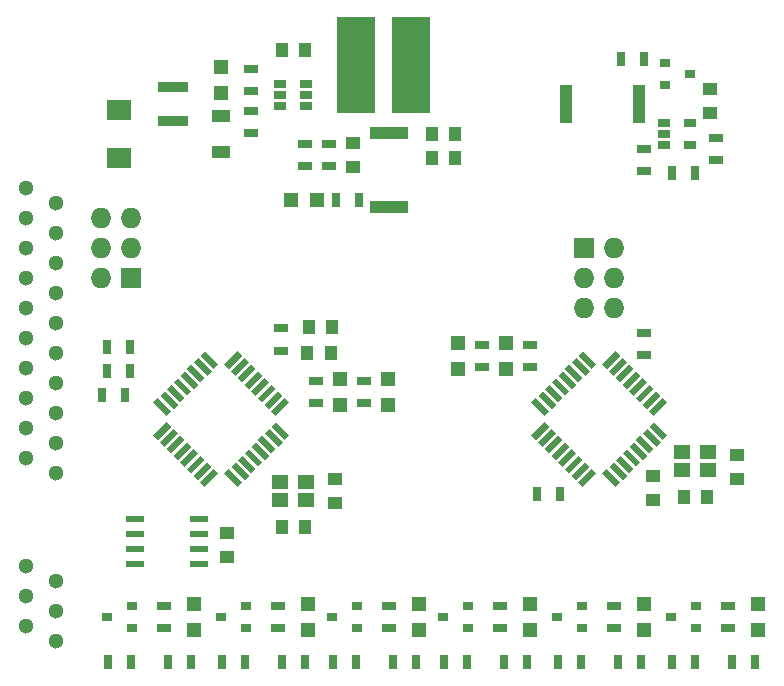
<source format=gbr>
G04 #@! TF.FileFunction,Soldermask,Top*
%FSLAX46Y46*%
G04 Gerber Fmt 4.6, Leading zero omitted, Abs format (unit mm)*
G04 Created by KiCad (PCBNEW 4.0.7-e2-6376~58~ubuntu16.04.1) date Fri Feb 16 15:49:58 2018*
%MOMM*%
%LPD*%
G01*
G04 APERTURE LIST*
%ADD10C,0.100000*%
%ADD11R,1.000000X1.250000*%
%ADD12R,1.600000X1.000000*%
%ADD13R,1.250000X1.000000*%
%ADD14R,2.159000X1.778000*%
%ADD15R,1.200000X1.200000*%
%ADD16R,2.500000X0.900000*%
%ADD17C,1.300000*%
%ADD18R,3.300000X8.200000*%
%ADD19R,1.727200X1.727200*%
%ADD20O,1.727200X1.727200*%
%ADD21R,0.900000X0.800000*%
%ADD22R,1.300000X0.700000*%
%ADD23R,0.700000X1.300000*%
%ADD24R,1.000000X3.200000*%
%ADD25R,3.200000X1.000000*%
%ADD26R,1.060000X0.650000*%
%ADD27R,1.550000X0.600000*%
%ADD28R,1.400000X1.200000*%
G04 APERTURE END LIST*
D10*
G36*
X153596866Y-117660245D02*
X153207957Y-117271336D01*
X154339328Y-116139965D01*
X154728237Y-116528874D01*
X153596866Y-117660245D01*
X153596866Y-117660245D01*
G37*
G36*
X154162552Y-118225930D02*
X153773643Y-117837021D01*
X154905014Y-116705650D01*
X155293923Y-117094559D01*
X154162552Y-118225930D01*
X154162552Y-118225930D01*
G37*
G36*
X154728237Y-118791616D02*
X154339328Y-118402707D01*
X155470699Y-117271336D01*
X155859608Y-117660245D01*
X154728237Y-118791616D01*
X154728237Y-118791616D01*
G37*
G36*
X155293922Y-119357301D02*
X154905013Y-118968392D01*
X156036384Y-117837021D01*
X156425293Y-118225930D01*
X155293922Y-119357301D01*
X155293922Y-119357301D01*
G37*
G36*
X155859608Y-119922987D02*
X155470699Y-119534078D01*
X156602070Y-118402707D01*
X156990979Y-118791616D01*
X155859608Y-119922987D01*
X155859608Y-119922987D01*
G37*
G36*
X156425293Y-120488672D02*
X156036384Y-120099763D01*
X157167755Y-118968392D01*
X157556664Y-119357301D01*
X156425293Y-120488672D01*
X156425293Y-120488672D01*
G37*
G36*
X156990979Y-121054357D02*
X156602070Y-120665448D01*
X157733441Y-119534077D01*
X158122350Y-119922986D01*
X156990979Y-121054357D01*
X156990979Y-121054357D01*
G37*
G36*
X157556664Y-121620043D02*
X157167755Y-121231134D01*
X158299126Y-120099763D01*
X158688035Y-120488672D01*
X157556664Y-121620043D01*
X157556664Y-121620043D01*
G37*
G36*
X160738645Y-121231134D02*
X160349736Y-121620043D01*
X159218365Y-120488672D01*
X159607274Y-120099763D01*
X160738645Y-121231134D01*
X160738645Y-121231134D01*
G37*
G36*
X161304330Y-120665448D02*
X160915421Y-121054357D01*
X159784050Y-119922986D01*
X160172959Y-119534077D01*
X161304330Y-120665448D01*
X161304330Y-120665448D01*
G37*
G36*
X161870016Y-120099763D02*
X161481107Y-120488672D01*
X160349736Y-119357301D01*
X160738645Y-118968392D01*
X161870016Y-120099763D01*
X161870016Y-120099763D01*
G37*
G36*
X162435701Y-119534078D02*
X162046792Y-119922987D01*
X160915421Y-118791616D01*
X161304330Y-118402707D01*
X162435701Y-119534078D01*
X162435701Y-119534078D01*
G37*
G36*
X163001387Y-118968392D02*
X162612478Y-119357301D01*
X161481107Y-118225930D01*
X161870016Y-117837021D01*
X163001387Y-118968392D01*
X163001387Y-118968392D01*
G37*
G36*
X163567072Y-118402707D02*
X163178163Y-118791616D01*
X162046792Y-117660245D01*
X162435701Y-117271336D01*
X163567072Y-118402707D01*
X163567072Y-118402707D01*
G37*
G36*
X164132757Y-117837021D02*
X163743848Y-118225930D01*
X162612477Y-117094559D01*
X163001386Y-116705650D01*
X164132757Y-117837021D01*
X164132757Y-117837021D01*
G37*
G36*
X164698443Y-117271336D02*
X164309534Y-117660245D01*
X163178163Y-116528874D01*
X163567072Y-116139965D01*
X164698443Y-117271336D01*
X164698443Y-117271336D01*
G37*
G36*
X163567072Y-115609635D02*
X163178163Y-115220726D01*
X164309534Y-114089355D01*
X164698443Y-114478264D01*
X163567072Y-115609635D01*
X163567072Y-115609635D01*
G37*
G36*
X163001386Y-115043950D02*
X162612477Y-114655041D01*
X163743848Y-113523670D01*
X164132757Y-113912579D01*
X163001386Y-115043950D01*
X163001386Y-115043950D01*
G37*
G36*
X162435701Y-114478264D02*
X162046792Y-114089355D01*
X163178163Y-112957984D01*
X163567072Y-113346893D01*
X162435701Y-114478264D01*
X162435701Y-114478264D01*
G37*
G36*
X161870016Y-113912579D02*
X161481107Y-113523670D01*
X162612478Y-112392299D01*
X163001387Y-112781208D01*
X161870016Y-113912579D01*
X161870016Y-113912579D01*
G37*
G36*
X161304330Y-113346893D02*
X160915421Y-112957984D01*
X162046792Y-111826613D01*
X162435701Y-112215522D01*
X161304330Y-113346893D01*
X161304330Y-113346893D01*
G37*
G36*
X160738645Y-112781208D02*
X160349736Y-112392299D01*
X161481107Y-111260928D01*
X161870016Y-111649837D01*
X160738645Y-112781208D01*
X160738645Y-112781208D01*
G37*
G36*
X160172959Y-112215523D02*
X159784050Y-111826614D01*
X160915421Y-110695243D01*
X161304330Y-111084152D01*
X160172959Y-112215523D01*
X160172959Y-112215523D01*
G37*
G36*
X159607274Y-111649837D02*
X159218365Y-111260928D01*
X160349736Y-110129557D01*
X160738645Y-110518466D01*
X159607274Y-111649837D01*
X159607274Y-111649837D01*
G37*
G36*
X158688035Y-111260928D02*
X158299126Y-111649837D01*
X157167755Y-110518466D01*
X157556664Y-110129557D01*
X158688035Y-111260928D01*
X158688035Y-111260928D01*
G37*
G36*
X158122350Y-111826614D02*
X157733441Y-112215523D01*
X156602070Y-111084152D01*
X156990979Y-110695243D01*
X158122350Y-111826614D01*
X158122350Y-111826614D01*
G37*
G36*
X157556664Y-112392299D02*
X157167755Y-112781208D01*
X156036384Y-111649837D01*
X156425293Y-111260928D01*
X157556664Y-112392299D01*
X157556664Y-112392299D01*
G37*
G36*
X156990979Y-112957984D02*
X156602070Y-113346893D01*
X155470699Y-112215522D01*
X155859608Y-111826613D01*
X156990979Y-112957984D01*
X156990979Y-112957984D01*
G37*
G36*
X156425293Y-113523670D02*
X156036384Y-113912579D01*
X154905013Y-112781208D01*
X155293922Y-112392299D01*
X156425293Y-113523670D01*
X156425293Y-113523670D01*
G37*
G36*
X155859608Y-114089355D02*
X155470699Y-114478264D01*
X154339328Y-113346893D01*
X154728237Y-112957984D01*
X155859608Y-114089355D01*
X155859608Y-114089355D01*
G37*
G36*
X155293923Y-114655041D02*
X154905014Y-115043950D01*
X153773643Y-113912579D01*
X154162552Y-113523670D01*
X155293923Y-114655041D01*
X155293923Y-114655041D01*
G37*
G36*
X154728237Y-115220726D02*
X154339328Y-115609635D01*
X153207957Y-114478264D01*
X153596866Y-114089355D01*
X154728237Y-115220726D01*
X154728237Y-115220726D01*
G37*
D11*
X166335200Y-108127800D03*
X168335200Y-108127800D03*
X166208200Y-110286800D03*
X168208200Y-110286800D03*
D12*
X158953200Y-90244800D03*
X158953200Y-93244800D03*
D13*
X168605200Y-120970800D03*
X168605200Y-122970800D03*
D11*
X164049200Y-125018800D03*
X166049200Y-125018800D03*
X166049200Y-84632800D03*
X164049200Y-84632800D03*
D13*
X195529200Y-120716800D03*
X195529200Y-122716800D03*
X170129200Y-92522800D03*
X170129200Y-94522800D03*
X202641200Y-118938800D03*
X202641200Y-120938800D03*
X159461200Y-125542800D03*
X159461200Y-127542800D03*
D11*
X198085200Y-122478800D03*
X200085200Y-122478800D03*
D14*
X150317200Y-93776800D03*
X150317200Y-89712800D03*
D15*
X158953200Y-88272800D03*
X158953200Y-86072800D03*
X167081200Y-97332800D03*
X164881200Y-97332800D03*
X156667200Y-133738800D03*
X156667200Y-131538800D03*
X204419200Y-133738800D03*
X204419200Y-131538800D03*
X175717200Y-133738800D03*
X175717200Y-131538800D03*
X185115200Y-133738800D03*
X185115200Y-131538800D03*
X166319200Y-133738800D03*
X166319200Y-131538800D03*
X194767200Y-133738800D03*
X194767200Y-131538800D03*
X183083200Y-109440800D03*
X183083200Y-111640800D03*
X179019200Y-109440800D03*
X179019200Y-111640800D03*
X168986200Y-112488800D03*
X168986200Y-114688800D03*
X173050200Y-112488800D03*
X173050200Y-114688800D03*
D16*
X154889200Y-87754800D03*
X154889200Y-90654800D03*
D17*
X142443200Y-133400800D03*
X142443200Y-130860800D03*
X142443200Y-128320800D03*
X144983200Y-129590800D03*
X144983200Y-132130800D03*
X144983200Y-134670800D03*
X142443200Y-101396800D03*
X142443200Y-98856800D03*
X142443200Y-96316800D03*
X142443200Y-103936800D03*
X144983200Y-97586800D03*
X144983200Y-100126800D03*
X144983200Y-102666800D03*
X144983200Y-105206800D03*
X142443200Y-106476800D03*
X144983200Y-107746800D03*
X142443200Y-109016800D03*
X144983200Y-110286800D03*
X142443200Y-111556800D03*
X144983200Y-112826800D03*
X142443200Y-114096800D03*
X144983200Y-115366800D03*
X142443200Y-116636800D03*
X144983200Y-117906800D03*
X142443200Y-119176800D03*
X144983200Y-120446800D03*
D18*
X170319200Y-85902800D03*
X175019200Y-85902800D03*
D19*
X151333200Y-103936800D03*
D20*
X148793200Y-103936800D03*
X151333200Y-101396800D03*
X148793200Y-101396800D03*
X151333200Y-98856800D03*
X148793200Y-98856800D03*
D19*
X189687200Y-101396800D03*
D20*
X192227200Y-101396800D03*
X189687200Y-103936800D03*
X192227200Y-103936800D03*
X189687200Y-106476800D03*
X192227200Y-106476800D03*
D21*
X196511200Y-85714800D03*
X196511200Y-87614800D03*
X198611200Y-86664800D03*
X151367200Y-133588800D03*
X151367200Y-131688800D03*
X149267200Y-132638800D03*
X199119200Y-133588800D03*
X199119200Y-131688800D03*
X197019200Y-132638800D03*
X170417200Y-133588800D03*
X170417200Y-131688800D03*
X168317200Y-132638800D03*
X179815200Y-133588800D03*
X179815200Y-131688800D03*
X177715200Y-132638800D03*
X161019200Y-133588800D03*
X161019200Y-131688800D03*
X158919200Y-132638800D03*
X189467200Y-133588800D03*
X189467200Y-131688800D03*
X187367200Y-132638800D03*
D22*
X164033200Y-108193800D03*
X164033200Y-110093800D03*
X161493200Y-88122800D03*
X161493200Y-86222800D03*
X194701200Y-94914800D03*
X194701200Y-93014800D03*
X161493200Y-89778800D03*
X161493200Y-91678800D03*
D23*
X148859200Y-113842800D03*
X150759200Y-113842800D03*
D22*
X166065200Y-92572800D03*
X166065200Y-94472800D03*
X168097200Y-94472800D03*
X168097200Y-92572800D03*
D24*
X194311200Y-89204800D03*
X188111200Y-89204800D03*
D23*
X194701200Y-85394800D03*
X192801200Y-85394800D03*
D22*
X200863200Y-93964800D03*
X200863200Y-92064800D03*
D25*
X173177200Y-97892800D03*
X173177200Y-91692800D03*
D23*
X197119200Y-95046800D03*
X199019200Y-95046800D03*
X170571200Y-97332800D03*
X168671200Y-97332800D03*
X154447200Y-136448800D03*
X156347200Y-136448800D03*
X202199200Y-136448800D03*
X204099200Y-136448800D03*
D22*
X154127200Y-133588800D03*
X154127200Y-131688800D03*
X201879200Y-133588800D03*
X201879200Y-131688800D03*
D23*
X151267200Y-136448800D03*
X149367200Y-136448800D03*
X199019200Y-136448800D03*
X197119200Y-136448800D03*
X173497200Y-136448800D03*
X175397200Y-136448800D03*
X182895200Y-136448800D03*
X184795200Y-136448800D03*
D22*
X173177200Y-133588800D03*
X173177200Y-131688800D03*
X182575200Y-133588800D03*
X182575200Y-131688800D03*
D23*
X170317200Y-136448800D03*
X168417200Y-136448800D03*
X179715200Y-136448800D03*
X177815200Y-136448800D03*
X164099200Y-136448800D03*
X165999200Y-136448800D03*
X192547200Y-136448800D03*
X194447200Y-136448800D03*
D22*
X163779200Y-133588800D03*
X163779200Y-131688800D03*
X192227200Y-133588800D03*
X192227200Y-131688800D03*
D23*
X160919200Y-136448800D03*
X159019200Y-136448800D03*
X189367200Y-136448800D03*
X187467200Y-136448800D03*
D22*
X166954200Y-114538800D03*
X166954200Y-112638800D03*
X171018200Y-114538800D03*
X171018200Y-112638800D03*
X185115200Y-111490800D03*
X185115200Y-109590800D03*
X181051200Y-111490800D03*
X181051200Y-109590800D03*
D23*
X185689200Y-122224800D03*
X187589200Y-122224800D03*
D22*
X194767200Y-108574800D03*
X194767200Y-110474800D03*
D23*
X149301200Y-111810800D03*
X151201200Y-111810800D03*
X149301200Y-109778800D03*
X151201200Y-109778800D03*
D26*
X196461200Y-90794800D03*
X196461200Y-91744800D03*
X196461200Y-92694800D03*
X198661200Y-92694800D03*
X198661200Y-90794800D03*
X163949200Y-87492800D03*
X163949200Y-88442800D03*
X163949200Y-89392800D03*
X166149200Y-89392800D03*
X166149200Y-87492800D03*
X166149200Y-88442800D03*
D10*
G36*
X192742645Y-121231134D02*
X192353736Y-121620043D01*
X191222365Y-120488672D01*
X191611274Y-120099763D01*
X192742645Y-121231134D01*
X192742645Y-121231134D01*
G37*
G36*
X193308330Y-120665448D02*
X192919421Y-121054357D01*
X191788050Y-119922986D01*
X192176959Y-119534077D01*
X193308330Y-120665448D01*
X193308330Y-120665448D01*
G37*
G36*
X193874016Y-120099763D02*
X193485107Y-120488672D01*
X192353736Y-119357301D01*
X192742645Y-118968392D01*
X193874016Y-120099763D01*
X193874016Y-120099763D01*
G37*
G36*
X194439701Y-119534078D02*
X194050792Y-119922987D01*
X192919421Y-118791616D01*
X193308330Y-118402707D01*
X194439701Y-119534078D01*
X194439701Y-119534078D01*
G37*
G36*
X195005387Y-118968392D02*
X194616478Y-119357301D01*
X193485107Y-118225930D01*
X193874016Y-117837021D01*
X195005387Y-118968392D01*
X195005387Y-118968392D01*
G37*
G36*
X195571072Y-118402707D02*
X195182163Y-118791616D01*
X194050792Y-117660245D01*
X194439701Y-117271336D01*
X195571072Y-118402707D01*
X195571072Y-118402707D01*
G37*
G36*
X196136757Y-117837021D02*
X195747848Y-118225930D01*
X194616477Y-117094559D01*
X195005386Y-116705650D01*
X196136757Y-117837021D01*
X196136757Y-117837021D01*
G37*
G36*
X196702443Y-117271336D02*
X196313534Y-117660245D01*
X195182163Y-116528874D01*
X195571072Y-116139965D01*
X196702443Y-117271336D01*
X196702443Y-117271336D01*
G37*
G36*
X196313534Y-114089355D02*
X196702443Y-114478264D01*
X195571072Y-115609635D01*
X195182163Y-115220726D01*
X196313534Y-114089355D01*
X196313534Y-114089355D01*
G37*
G36*
X195747848Y-113523670D02*
X196136757Y-113912579D01*
X195005386Y-115043950D01*
X194616477Y-114655041D01*
X195747848Y-113523670D01*
X195747848Y-113523670D01*
G37*
G36*
X195182163Y-112957984D02*
X195571072Y-113346893D01*
X194439701Y-114478264D01*
X194050792Y-114089355D01*
X195182163Y-112957984D01*
X195182163Y-112957984D01*
G37*
G36*
X194616478Y-112392299D02*
X195005387Y-112781208D01*
X193874016Y-113912579D01*
X193485107Y-113523670D01*
X194616478Y-112392299D01*
X194616478Y-112392299D01*
G37*
G36*
X194050792Y-111826613D02*
X194439701Y-112215522D01*
X193308330Y-113346893D01*
X192919421Y-112957984D01*
X194050792Y-111826613D01*
X194050792Y-111826613D01*
G37*
G36*
X193485107Y-111260928D02*
X193874016Y-111649837D01*
X192742645Y-112781208D01*
X192353736Y-112392299D01*
X193485107Y-111260928D01*
X193485107Y-111260928D01*
G37*
G36*
X192919421Y-110695243D02*
X193308330Y-111084152D01*
X192176959Y-112215523D01*
X191788050Y-111826614D01*
X192919421Y-110695243D01*
X192919421Y-110695243D01*
G37*
G36*
X192353736Y-110129557D02*
X192742645Y-110518466D01*
X191611274Y-111649837D01*
X191222365Y-111260928D01*
X192353736Y-110129557D01*
X192353736Y-110129557D01*
G37*
G36*
X190692035Y-111260928D02*
X190303126Y-111649837D01*
X189171755Y-110518466D01*
X189560664Y-110129557D01*
X190692035Y-111260928D01*
X190692035Y-111260928D01*
G37*
G36*
X190126350Y-111826614D02*
X189737441Y-112215523D01*
X188606070Y-111084152D01*
X188994979Y-110695243D01*
X190126350Y-111826614D01*
X190126350Y-111826614D01*
G37*
G36*
X189560664Y-112392299D02*
X189171755Y-112781208D01*
X188040384Y-111649837D01*
X188429293Y-111260928D01*
X189560664Y-112392299D01*
X189560664Y-112392299D01*
G37*
G36*
X188994979Y-112957984D02*
X188606070Y-113346893D01*
X187474699Y-112215522D01*
X187863608Y-111826613D01*
X188994979Y-112957984D01*
X188994979Y-112957984D01*
G37*
G36*
X188429293Y-113523670D02*
X188040384Y-113912579D01*
X186909013Y-112781208D01*
X187297922Y-112392299D01*
X188429293Y-113523670D01*
X188429293Y-113523670D01*
G37*
G36*
X187863608Y-114089355D02*
X187474699Y-114478264D01*
X186343328Y-113346893D01*
X186732237Y-112957984D01*
X187863608Y-114089355D01*
X187863608Y-114089355D01*
G37*
G36*
X187297923Y-114655041D02*
X186909014Y-115043950D01*
X185777643Y-113912579D01*
X186166552Y-113523670D01*
X187297923Y-114655041D01*
X187297923Y-114655041D01*
G37*
G36*
X186732237Y-115220726D02*
X186343328Y-115609635D01*
X185211957Y-114478264D01*
X185600866Y-114089355D01*
X186732237Y-115220726D01*
X186732237Y-115220726D01*
G37*
G36*
X186343328Y-116139965D02*
X186732237Y-116528874D01*
X185600866Y-117660245D01*
X185211957Y-117271336D01*
X186343328Y-116139965D01*
X186343328Y-116139965D01*
G37*
G36*
X186909014Y-116705650D02*
X187297923Y-117094559D01*
X186166552Y-118225930D01*
X185777643Y-117837021D01*
X186909014Y-116705650D01*
X186909014Y-116705650D01*
G37*
G36*
X187474699Y-117271336D02*
X187863608Y-117660245D01*
X186732237Y-118791616D01*
X186343328Y-118402707D01*
X187474699Y-117271336D01*
X187474699Y-117271336D01*
G37*
G36*
X188040384Y-117837021D02*
X188429293Y-118225930D01*
X187297922Y-119357301D01*
X186909013Y-118968392D01*
X188040384Y-117837021D01*
X188040384Y-117837021D01*
G37*
G36*
X188606070Y-118402707D02*
X188994979Y-118791616D01*
X187863608Y-119922987D01*
X187474699Y-119534078D01*
X188606070Y-118402707D01*
X188606070Y-118402707D01*
G37*
G36*
X189171755Y-118968392D02*
X189560664Y-119357301D01*
X188429293Y-120488672D01*
X188040384Y-120099763D01*
X189171755Y-118968392D01*
X189171755Y-118968392D01*
G37*
G36*
X189737441Y-119534077D02*
X190126350Y-119922986D01*
X188994979Y-121054357D01*
X188606070Y-120665448D01*
X189737441Y-119534077D01*
X189737441Y-119534077D01*
G37*
G36*
X190303126Y-120099763D02*
X190692035Y-120488672D01*
X189560664Y-121620043D01*
X189171755Y-121231134D01*
X190303126Y-120099763D01*
X190303126Y-120099763D01*
G37*
D27*
X157081200Y-128193800D03*
X157081200Y-126923800D03*
X157081200Y-125653800D03*
X157081200Y-124383800D03*
X151681200Y-124383800D03*
X151681200Y-125653800D03*
X151681200Y-126923800D03*
X151681200Y-128193800D03*
D28*
X166149200Y-121170800D03*
X163949200Y-121170800D03*
X163949200Y-122770800D03*
X166149200Y-122770800D03*
X200185200Y-118630800D03*
X197985200Y-118630800D03*
X197985200Y-120230800D03*
X200185200Y-120230800D03*
D13*
X200355200Y-87950800D03*
X200355200Y-89950800D03*
D11*
X176749200Y-91744800D03*
X178749200Y-91744800D03*
X176749200Y-93776800D03*
X178749200Y-93776800D03*
M02*

</source>
